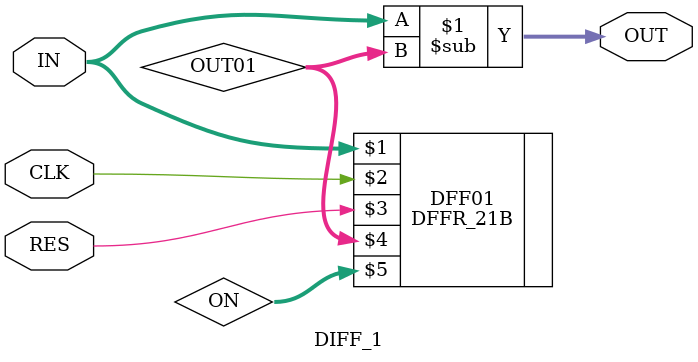
<source format=v>
module DIFF_1(IN, CLK, RES, OUT);

		input signed [20:0] IN;
		input CLK,RES;
		output signed [20:0] OUT;
		wire signed [20:0] OUT01,ON;
		
	DFFR_21B DFF01(IN, CLK, RES, OUT01, ON);

		
		assign  OUT = IN-OUT01;
						
		
endmodule

</source>
